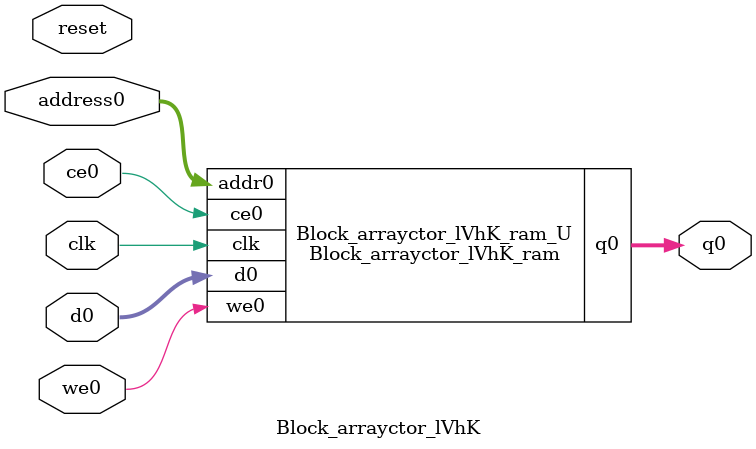
<source format=v>
`timescale 1 ns / 1 ps
module Block_arrayctor_lVhK_ram (addr0, ce0, d0, we0, q0,  clk);

parameter DWIDTH = 4;
parameter AWIDTH = 12;
parameter MEM_SIZE = 3444;

input[AWIDTH-1:0] addr0;
input ce0;
input[DWIDTH-1:0] d0;
input we0;
output reg[DWIDTH-1:0] q0;
input clk;

(* ram_style = "block" *)reg [DWIDTH-1:0] ram[0:MEM_SIZE-1];




always @(posedge clk)  
begin 
    if (ce0) begin
        if (we0) 
            ram[addr0] <= d0; 
        q0 <= ram[addr0];
    end
end


endmodule

`timescale 1 ns / 1 ps
module Block_arrayctor_lVhK(
    reset,
    clk,
    address0,
    ce0,
    we0,
    d0,
    q0);

parameter DataWidth = 32'd4;
parameter AddressRange = 32'd3444;
parameter AddressWidth = 32'd12;
input reset;
input clk;
input[AddressWidth - 1:0] address0;
input ce0;
input we0;
input[DataWidth - 1:0] d0;
output[DataWidth - 1:0] q0;



Block_arrayctor_lVhK_ram Block_arrayctor_lVhK_ram_U(
    .clk( clk ),
    .addr0( address0 ),
    .ce0( ce0 ),
    .we0( we0 ),
    .d0( d0 ),
    .q0( q0 ));

endmodule


</source>
